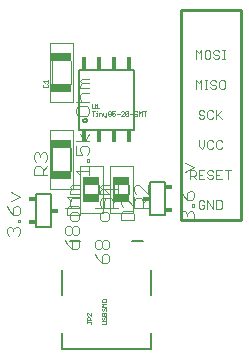
<source format=gto>
G75*
%MOIN*%
%OFA0B0*%
%FSLAX24Y24*%
%IPPOS*%
%LPD*%
%AMOC8*
5,1,8,0,0,1.08239X$1,22.5*
%
%ADD10C,0.0060*%
%ADD11C,0.0080*%
%ADD12C,0.0010*%
%ADD13R,0.0140X0.0400*%
%ADD14C,0.0020*%
%ADD15C,0.0040*%
%ADD16R,0.0669X0.0295*%
%ADD17R,0.0230X0.0180*%
%ADD18R,0.0551X0.0256*%
%ADD19R,0.0690X0.0290*%
%ADD20C,0.0100*%
%ADD21C,0.0030*%
D10*
X002300Y005400D02*
X002300Y006520D01*
X002820Y006520D01*
X002820Y006300D01*
X002820Y006520D02*
X002500Y006520D01*
X002820Y006520D02*
X002820Y005400D01*
X002820Y005620D01*
X002820Y005400D02*
X002500Y005400D01*
X002300Y005400D02*
X002820Y005400D01*
X003910Y006499D02*
X003910Y006821D01*
X003480Y007280D02*
X003480Y008035D01*
X003730Y008650D02*
X003730Y010660D01*
X005590Y010660D01*
X005590Y008650D01*
X003730Y008650D01*
X002840Y008035D02*
X002840Y007280D01*
X004410Y006821D02*
X004410Y006499D01*
X004910Y006499D02*
X004910Y006821D01*
X005410Y006821D02*
X005410Y006499D01*
X006100Y006700D02*
X006100Y006920D01*
X006420Y006920D01*
X006620Y006920D02*
X006620Y005800D01*
X006100Y005800D01*
X006100Y006020D01*
X006100Y005800D02*
X006420Y005800D01*
X006100Y005800D02*
X006100Y006920D01*
X006620Y006920D01*
D11*
X003164Y001888D02*
X003164Y001337D01*
X006156Y001337D01*
X006156Y001888D01*
X006156Y003148D02*
X006156Y003975D01*
X005880Y004959D02*
X005526Y004959D01*
X003794Y004959D02*
X003440Y004959D01*
X003164Y003975D02*
X003164Y003148D01*
X003893Y008970D02*
X003895Y008985D01*
X003901Y008998D01*
X003910Y009010D01*
X003921Y009019D01*
X003935Y009025D01*
X003950Y009027D01*
X003965Y009025D01*
X003978Y009019D01*
X003990Y009010D01*
X003999Y008999D01*
X004005Y008985D01*
X004007Y008970D01*
X004005Y008955D01*
X003999Y008942D01*
X003990Y008930D01*
X003979Y008921D01*
X003965Y008915D01*
X003950Y008913D01*
X003935Y008915D01*
X003922Y008921D01*
X003910Y008930D01*
X003901Y008941D01*
X003895Y008955D01*
X003893Y008970D01*
D12*
X004215Y009115D02*
X004215Y009265D01*
X004165Y009265D02*
X004265Y009265D01*
X004312Y009215D02*
X004337Y009215D01*
X004337Y009115D01*
X004312Y009115D02*
X004362Y009115D01*
X004411Y009115D02*
X004411Y009215D01*
X004486Y009215D01*
X004511Y009190D01*
X004511Y009115D01*
X004558Y009140D02*
X004558Y009215D01*
X004558Y009140D02*
X004583Y009115D01*
X004658Y009115D01*
X004658Y009090D02*
X004633Y009065D01*
X004608Y009065D01*
X004658Y009090D02*
X004658Y009215D01*
X004705Y009215D02*
X004705Y009240D01*
X004730Y009265D01*
X004780Y009265D01*
X004805Y009240D01*
X004805Y009215D01*
X004780Y009190D01*
X004730Y009190D01*
X004705Y009215D01*
X004730Y009190D02*
X004705Y009165D01*
X004705Y009140D01*
X004730Y009115D01*
X004780Y009115D01*
X004805Y009140D01*
X004805Y009165D01*
X004780Y009190D01*
X004853Y009190D02*
X004903Y009215D01*
X004928Y009215D01*
X004953Y009190D01*
X004953Y009140D01*
X004928Y009115D01*
X004878Y009115D01*
X004853Y009140D01*
X004853Y009190D02*
X004853Y009265D01*
X004953Y009265D01*
X005000Y009190D02*
X005100Y009190D01*
X005147Y009240D02*
X005172Y009265D01*
X005222Y009265D01*
X005247Y009240D01*
X005247Y009215D01*
X005147Y009115D01*
X005247Y009115D01*
X005294Y009140D02*
X005395Y009240D01*
X005395Y009140D01*
X005370Y009115D01*
X005320Y009115D01*
X005294Y009140D01*
X005294Y009240D01*
X005320Y009265D01*
X005370Y009265D01*
X005395Y009240D01*
X005442Y009190D02*
X005542Y009190D01*
X005589Y009215D02*
X005614Y009190D01*
X005664Y009190D01*
X005689Y009165D01*
X005689Y009140D01*
X005664Y009115D01*
X005614Y009115D01*
X005589Y009140D01*
X005589Y009215D02*
X005589Y009240D01*
X005614Y009265D01*
X005664Y009265D01*
X005689Y009240D01*
X005736Y009265D02*
X005736Y009115D01*
X005837Y009115D02*
X005837Y009265D01*
X005787Y009215D01*
X005736Y009265D01*
X005884Y009265D02*
X005984Y009265D01*
X005934Y009265D02*
X005934Y009115D01*
X004412Y009365D02*
X004312Y009365D01*
X004362Y009365D02*
X004362Y009515D01*
X004312Y009465D01*
X004265Y009515D02*
X004265Y009390D01*
X004240Y009365D01*
X004190Y009365D01*
X004165Y009390D01*
X004165Y009515D01*
X004337Y009290D02*
X004337Y009265D01*
X002705Y010090D02*
X002705Y010140D01*
X002680Y010165D01*
X002705Y010212D02*
X002705Y010312D01*
X002705Y010262D02*
X002555Y010262D01*
X002605Y010212D01*
X002580Y010165D02*
X002555Y010140D01*
X002555Y010090D01*
X002580Y010065D01*
X002680Y010065D01*
X002705Y010090D01*
X004530Y003002D02*
X004505Y002977D01*
X004505Y002902D01*
X004655Y002902D01*
X004655Y002977D01*
X004630Y003002D01*
X004530Y003002D01*
X004505Y002854D02*
X004655Y002854D01*
X004655Y002754D02*
X004505Y002754D01*
X004555Y002804D01*
X004505Y002854D01*
X004530Y002707D02*
X004505Y002682D01*
X004505Y002632D01*
X004530Y002607D01*
X004555Y002607D01*
X004580Y002632D01*
X004580Y002682D01*
X004605Y002707D01*
X004630Y002707D01*
X004655Y002682D01*
X004655Y002632D01*
X004630Y002607D01*
X004630Y002560D02*
X004605Y002560D01*
X004580Y002535D01*
X004580Y002460D01*
X004605Y002412D02*
X004630Y002412D01*
X004655Y002387D01*
X004655Y002337D01*
X004630Y002312D01*
X004630Y002265D02*
X004505Y002265D01*
X004530Y002312D02*
X004505Y002337D01*
X004505Y002387D01*
X004530Y002412D01*
X004505Y002460D02*
X004505Y002535D01*
X004530Y002560D01*
X004555Y002560D01*
X004580Y002535D01*
X004630Y002560D02*
X004655Y002535D01*
X004655Y002460D01*
X004505Y002460D01*
X004580Y002387D02*
X004605Y002412D01*
X004580Y002387D02*
X004580Y002337D01*
X004555Y002312D01*
X004530Y002312D01*
X004630Y002265D02*
X004655Y002240D01*
X004655Y002190D01*
X004630Y002165D01*
X004505Y002165D01*
X004155Y002190D02*
X004155Y002215D01*
X004130Y002240D01*
X004005Y002240D01*
X004005Y002215D02*
X004005Y002265D01*
X004005Y002312D02*
X004005Y002387D01*
X004030Y002412D01*
X004080Y002412D01*
X004105Y002387D01*
X004105Y002312D01*
X004155Y002312D02*
X004005Y002312D01*
X004030Y002460D02*
X004005Y002485D01*
X004005Y002535D01*
X004030Y002560D01*
X004055Y002560D01*
X004155Y002460D01*
X004155Y002560D01*
X004155Y002190D02*
X004130Y002165D01*
D13*
X003910Y008430D03*
X004410Y008430D03*
X004910Y008430D03*
X005410Y008430D03*
X005410Y010880D03*
X004910Y010880D03*
X004410Y010880D03*
X003910Y010880D03*
D14*
X003547Y011534D02*
X002773Y011534D01*
X002773Y009586D01*
X003547Y009586D01*
X003547Y011534D01*
X003547Y008634D02*
X002773Y008634D01*
X002773Y006686D01*
X003547Y006686D01*
X003547Y008634D01*
X003773Y007437D02*
X004547Y007437D01*
X004547Y005883D01*
X003773Y005883D01*
X003773Y007437D01*
X004773Y007437D02*
X004773Y005883D01*
X005547Y005883D01*
X005547Y007437D01*
X004773Y007437D01*
D15*
X004740Y006827D02*
X004510Y006827D01*
X004433Y006750D01*
X004510Y006673D01*
X004740Y006673D01*
X004740Y006520D02*
X004433Y006520D01*
X004433Y006596D01*
X004510Y006673D01*
X004580Y006673D02*
X005040Y006673D01*
X005040Y006520D02*
X005040Y006827D01*
X004733Y006520D02*
X004580Y006673D01*
X004510Y006366D02*
X004740Y006366D01*
X004810Y006366D02*
X004887Y006289D01*
X004887Y006059D01*
X004740Y006059D02*
X004280Y006059D01*
X004433Y006136D02*
X004433Y006289D01*
X004510Y006366D01*
X004580Y006289D02*
X004656Y006366D01*
X004810Y006366D01*
X004887Y006213D02*
X005040Y006366D01*
X005130Y006321D02*
X005130Y006167D01*
X005206Y006090D01*
X005206Y005937D02*
X005130Y005860D01*
X005130Y005630D01*
X005590Y005630D01*
X005590Y005860D01*
X005513Y005937D01*
X005206Y005937D01*
X005040Y006059D02*
X004580Y006059D01*
X004580Y006289D01*
X004433Y006136D02*
X004510Y006059D01*
X004510Y005906D02*
X004433Y005829D01*
X004433Y005676D01*
X004510Y005599D01*
X004663Y005599D01*
X004740Y005676D01*
X004740Y005829D01*
X004663Y005906D01*
X004510Y005906D01*
X003790Y005809D02*
X003790Y006039D01*
X003713Y006116D01*
X003406Y006116D01*
X003330Y006039D01*
X003330Y005809D01*
X003790Y005809D01*
X003740Y005829D02*
X003663Y005906D01*
X003510Y005906D01*
X003433Y005829D01*
X003433Y005676D01*
X003510Y005599D01*
X003663Y005599D01*
X003740Y005676D01*
X003740Y005829D01*
X003740Y006059D02*
X003280Y006059D01*
X003433Y006136D02*
X003433Y006289D01*
X003510Y006366D01*
X003740Y006366D01*
X003790Y006423D02*
X003330Y006423D01*
X003483Y006270D01*
X003433Y006136D02*
X003510Y006059D01*
X003790Y006270D02*
X003790Y006577D01*
X003740Y006520D02*
X003433Y006520D01*
X003433Y006596D01*
X003510Y006673D01*
X003433Y006750D01*
X003510Y006827D01*
X003740Y006827D01*
X003740Y006673D02*
X003510Y006673D01*
X003783Y007130D02*
X003630Y007283D01*
X004090Y007283D01*
X004090Y007130D02*
X004090Y007437D01*
X004090Y007590D02*
X004013Y007590D01*
X004013Y007667D01*
X004090Y007667D01*
X004090Y007590D01*
X004013Y007821D02*
X004090Y007897D01*
X004090Y008051D01*
X004013Y008128D01*
X003860Y008128D01*
X003783Y008051D01*
X003783Y007974D01*
X003860Y007821D01*
X003630Y007821D01*
X003630Y008128D01*
X003630Y008281D02*
X004090Y008281D01*
X003937Y008281D02*
X003783Y008511D01*
X003937Y008281D02*
X004090Y008511D01*
X004013Y009125D02*
X003706Y009125D01*
X003630Y009202D01*
X003630Y009355D01*
X003706Y009432D01*
X004013Y009432D01*
X004090Y009355D01*
X004090Y009202D01*
X004013Y009125D01*
X004090Y009585D02*
X003630Y009585D01*
X003783Y009662D02*
X003783Y009816D01*
X003860Y009892D01*
X004090Y009892D01*
X004090Y010046D02*
X003783Y010046D01*
X003783Y010123D01*
X003860Y010199D01*
X003783Y010276D01*
X003860Y010353D01*
X004090Y010353D01*
X004090Y010199D02*
X003860Y010199D01*
X003470Y010180D02*
X003470Y010940D01*
X002850Y010940D02*
X002850Y010180D01*
X003783Y009662D02*
X003860Y009585D01*
X002613Y007897D02*
X002690Y007821D01*
X002690Y007667D01*
X002613Y007590D01*
X002460Y007744D02*
X002460Y007821D01*
X002537Y007897D01*
X002613Y007897D01*
X002460Y007821D02*
X002383Y007897D01*
X002306Y007897D01*
X002230Y007821D01*
X002230Y007667D01*
X002306Y007590D01*
X002306Y007437D02*
X002230Y007360D01*
X002230Y007130D01*
X002690Y007130D01*
X002537Y007130D02*
X002537Y007360D01*
X002460Y007437D01*
X002306Y007437D01*
X002537Y007283D02*
X002690Y007437D01*
X001790Y006423D02*
X001483Y006577D01*
X001483Y006270D02*
X001790Y006423D01*
X001713Y006116D02*
X001637Y006116D01*
X001560Y006039D01*
X001560Y005809D01*
X001713Y005809D01*
X001790Y005886D01*
X001790Y006039D01*
X001713Y006116D01*
X001406Y005963D02*
X001560Y005809D01*
X001406Y005963D02*
X001330Y006116D01*
X001713Y005656D02*
X001713Y005579D01*
X001790Y005579D01*
X001790Y005656D01*
X001713Y005656D01*
X001713Y005426D02*
X001637Y005426D01*
X001560Y005349D01*
X001560Y005272D01*
X001560Y005349D02*
X001483Y005426D01*
X001406Y005426D01*
X001330Y005349D01*
X001330Y005195D01*
X001406Y005119D01*
X001713Y005119D02*
X001790Y005195D01*
X001790Y005349D01*
X001713Y005426D01*
X003280Y005369D02*
X003280Y005215D01*
X003356Y005138D01*
X003433Y005138D01*
X003510Y005215D01*
X003510Y005369D01*
X003587Y005445D01*
X003663Y005445D01*
X003740Y005369D01*
X003740Y005215D01*
X003663Y005138D01*
X003587Y005138D01*
X003510Y005215D01*
X003510Y005369D02*
X003433Y005445D01*
X003356Y005445D01*
X003280Y005369D01*
X003280Y004985D02*
X003356Y004831D01*
X003510Y004678D01*
X003510Y004908D01*
X003587Y004985D01*
X003663Y004985D01*
X003740Y004908D01*
X003740Y004755D01*
X003663Y004678D01*
X003510Y004678D01*
X004280Y004755D02*
X004280Y004908D01*
X004356Y004985D01*
X004433Y004985D01*
X004510Y004908D01*
X004510Y004755D01*
X004433Y004678D01*
X004356Y004678D01*
X004280Y004755D01*
X004510Y004755D02*
X004587Y004678D01*
X004663Y004678D01*
X004740Y004755D01*
X004740Y004908D01*
X004663Y004985D01*
X004587Y004985D01*
X004510Y004908D01*
X004587Y004525D02*
X004510Y004448D01*
X004510Y004218D01*
X004663Y004218D01*
X004740Y004294D01*
X004740Y004448D01*
X004663Y004525D01*
X004587Y004525D01*
X004356Y004371D02*
X004510Y004218D01*
X004356Y004371D02*
X004280Y004525D01*
X005130Y006321D02*
X005206Y006397D01*
X005283Y006397D01*
X005590Y006090D01*
X005590Y006397D01*
X005656Y006366D02*
X005580Y006289D01*
X005580Y006059D01*
X006040Y006059D01*
X005887Y006059D02*
X005887Y006289D01*
X005810Y006366D01*
X005656Y006366D01*
X005656Y006520D02*
X005580Y006596D01*
X005580Y006750D01*
X005656Y006827D01*
X005733Y006827D01*
X006040Y006520D01*
X006040Y006827D01*
X006040Y006366D02*
X005887Y006213D01*
X007130Y005860D02*
X007130Y005707D01*
X007206Y005630D01*
X007360Y005783D02*
X007360Y005860D01*
X007437Y005937D01*
X007513Y005937D01*
X007590Y005860D01*
X007590Y005707D01*
X007513Y005630D01*
X007360Y005860D02*
X007283Y005937D01*
X007206Y005937D01*
X007130Y005860D01*
X007513Y006090D02*
X007513Y006167D01*
X007590Y006167D01*
X007590Y006090D01*
X007513Y006090D01*
X007513Y006321D02*
X007360Y006321D01*
X007360Y006551D01*
X007437Y006628D01*
X007513Y006628D01*
X007590Y006551D01*
X007590Y006397D01*
X007513Y006321D01*
X007360Y006321D02*
X007206Y006474D01*
X007130Y006628D01*
X007283Y007241D02*
X007590Y007395D01*
X007283Y007548D01*
D16*
X003160Y010038D03*
X003160Y011082D03*
D17*
X002165Y006330D03*
X002165Y005590D03*
X002955Y005960D03*
X005965Y006360D03*
X006755Y005990D03*
X006755Y006730D03*
D18*
X005161Y006952D03*
X005161Y006372D03*
X004161Y006372D03*
X004161Y006952D03*
D19*
X003160Y007140D03*
X003160Y008180D03*
D20*
X007160Y005660D02*
X009160Y005660D01*
X009160Y012660D01*
X007160Y012660D01*
X007160Y005660D01*
D21*
X007733Y006063D02*
X007781Y006015D01*
X007878Y006015D01*
X007927Y006063D01*
X007927Y006160D01*
X007830Y006160D01*
X007927Y006257D02*
X007878Y006305D01*
X007781Y006305D01*
X007733Y006257D01*
X007733Y006063D01*
X008028Y006015D02*
X008028Y006305D01*
X008221Y006015D01*
X008221Y006305D01*
X008322Y006305D02*
X008467Y006305D01*
X008516Y006257D01*
X008516Y006063D01*
X008467Y006015D01*
X008322Y006015D01*
X008322Y006305D01*
X008322Y007015D02*
X008516Y007015D01*
X008419Y007160D02*
X008322Y007160D01*
X008221Y007112D02*
X008221Y007063D01*
X008173Y007015D01*
X008076Y007015D01*
X008028Y007063D01*
X008076Y007160D02*
X008028Y007208D01*
X008028Y007257D01*
X008076Y007305D01*
X008173Y007305D01*
X008221Y007257D01*
X008173Y007160D02*
X008221Y007112D01*
X008173Y007160D02*
X008076Y007160D01*
X007927Y007015D02*
X007733Y007015D01*
X007733Y007305D01*
X007927Y007305D01*
X007830Y007160D02*
X007733Y007160D01*
X007632Y007160D02*
X007583Y007112D01*
X007438Y007112D01*
X007438Y007015D02*
X007438Y007305D01*
X007583Y007305D01*
X007632Y007257D01*
X007632Y007160D01*
X007535Y007112D02*
X007632Y007015D01*
X008322Y007015D02*
X008322Y007305D01*
X008516Y007305D01*
X008617Y007305D02*
X008810Y007305D01*
X008714Y007305D02*
X008714Y007015D01*
X008467Y008015D02*
X008371Y008015D01*
X008322Y008063D01*
X008322Y008257D01*
X008371Y008305D01*
X008467Y008305D01*
X008516Y008257D01*
X008516Y008063D02*
X008467Y008015D01*
X008221Y008063D02*
X008173Y008015D01*
X008076Y008015D01*
X008028Y008063D01*
X008028Y008257D01*
X008076Y008305D01*
X008173Y008305D01*
X008221Y008257D01*
X007927Y008305D02*
X007927Y008112D01*
X007830Y008015D01*
X007733Y008112D01*
X007733Y008305D01*
X007781Y009015D02*
X007733Y009063D01*
X007781Y009015D02*
X007878Y009015D01*
X007927Y009063D01*
X007927Y009112D01*
X007878Y009160D01*
X007781Y009160D01*
X007733Y009208D01*
X007733Y009257D01*
X007781Y009305D01*
X007878Y009305D01*
X007927Y009257D01*
X008028Y009257D02*
X008028Y009063D01*
X008076Y009015D01*
X008173Y009015D01*
X008221Y009063D01*
X008322Y009015D02*
X008322Y009305D01*
X008221Y009257D02*
X008173Y009305D01*
X008076Y009305D01*
X008028Y009257D01*
X008322Y009112D02*
X008516Y009305D01*
X008371Y009160D02*
X008516Y009015D01*
X008469Y010015D02*
X008566Y010015D01*
X008614Y010063D01*
X008614Y010257D01*
X008566Y010305D01*
X008469Y010305D01*
X008421Y010257D01*
X008421Y010063D01*
X008469Y010015D01*
X008319Y010063D02*
X008271Y010015D01*
X008174Y010015D01*
X008126Y010063D01*
X008174Y010160D02*
X008126Y010208D01*
X008126Y010257D01*
X008174Y010305D01*
X008271Y010305D01*
X008319Y010257D01*
X008271Y010160D02*
X008174Y010160D01*
X008271Y010160D02*
X008319Y010112D01*
X008319Y010063D01*
X008026Y010015D02*
X007929Y010015D01*
X007978Y010015D02*
X007978Y010305D01*
X008026Y010305D02*
X007929Y010305D01*
X007828Y010305D02*
X007828Y010015D01*
X007635Y010015D02*
X007635Y010305D01*
X007732Y010208D01*
X007828Y010305D01*
X007828Y011015D02*
X007828Y011305D01*
X007732Y011208D01*
X007635Y011305D01*
X007635Y011015D01*
X007929Y011063D02*
X007978Y011015D01*
X008075Y011015D01*
X008123Y011063D01*
X008123Y011257D01*
X008075Y011305D01*
X007978Y011305D01*
X007929Y011257D01*
X007929Y011063D01*
X008224Y011063D02*
X008272Y011015D01*
X008369Y011015D01*
X008418Y011063D01*
X008418Y011112D01*
X008369Y011160D01*
X008272Y011160D01*
X008224Y011208D01*
X008224Y011257D01*
X008272Y011305D01*
X008369Y011305D01*
X008418Y011257D01*
X008519Y011305D02*
X008616Y011305D01*
X008567Y011305D02*
X008567Y011015D01*
X008519Y011015D02*
X008616Y011015D01*
M02*

</source>
